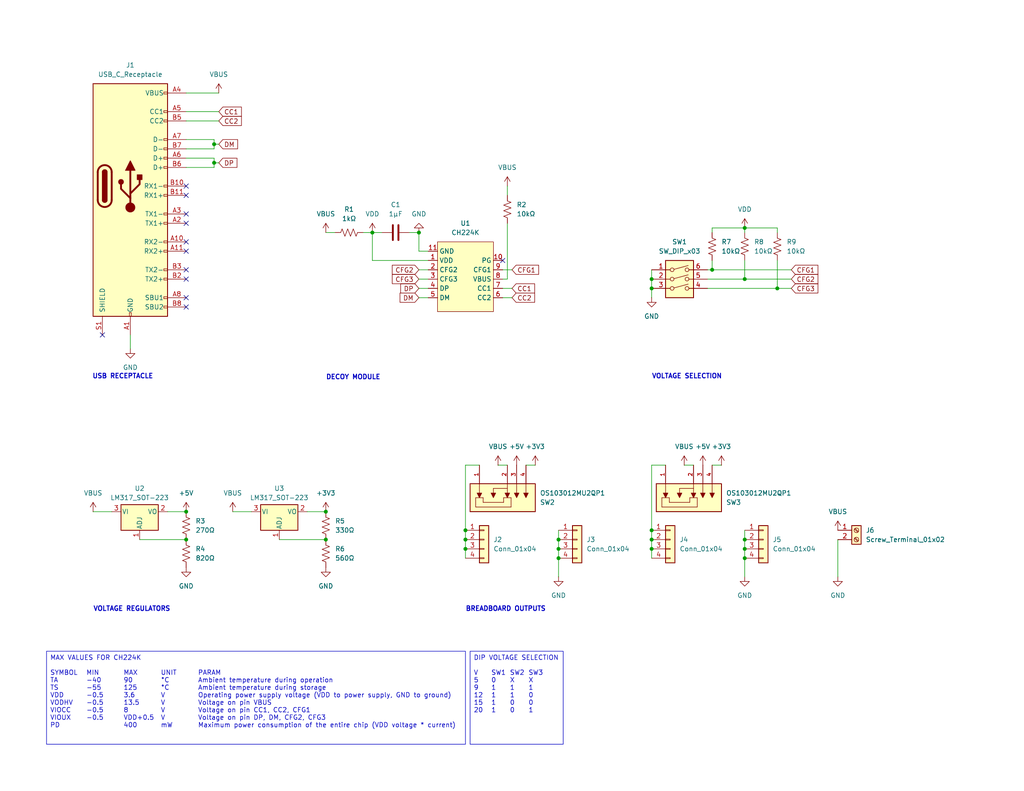
<source format=kicad_sch>
(kicad_sch (version 20231120) (generator "eeschema") (generator_version "8.0")
  (paper "USLetter")
  (title_block (title "USB-C PD POWER SUPPLY BREADBOARD") (rev "0"))
  (lib_symbols
    (symbol "Connector:Screw_Terminal_01x02" (pin_names (offset 1.016) hide)
      (property "Reference" "J" (at 0 2.54 0))
      (property "Value" "Screw_Terminal_01x02" (at 0 -5.08 0))
      (symbol "Screw_Terminal_01x02_1_1"
        (rectangle (start -1.27 1.27) (end 1.27 -3.81) (stroke (width 0.254)) (fill (type background)))
        (circle (center 0 -2.54) (radius 0.635) (stroke (width 0.1524)))
        (polyline (pts (xy -0.5334 -2.2098) (xy 0.3302 -3.048)) (stroke (width 0.1524)))
        (polyline (pts (xy -0.5334 0.3302) (xy 0.3302 -0.508)) (stroke (width 0.1524)))
        (polyline (pts (xy -0.3556 -2.032) (xy 0.508 -2.8702)) (stroke (width 0.1524)))
        (polyline (pts (xy -0.3556 0.508) (xy 0.508 -0.3302)) (stroke (width 0.1524)))
        (circle (center 0 0) (radius 0.635) (stroke (width 0.1524)))
        (pin passive line (at -5.08 0 0) (length 3.81) (name "Pin_1") (number "1"))
        (pin passive line (at -5.08 -2.54 0) (length 3.81) (name "Pin_2") (number "2"))
      )
    )
    (symbol "Connector:USB_C_Receptacle" (pin_names (offset 1.016))
      (property "Reference" "J" (at -10.16 29.21 0))
      (property "Value" "USB_C_Receptacle" (at 10.16 29.21 0))
      (symbol "USB_C_Receptacle_0_0"
        (rectangle (start -0.254 -35.56) (end 0.254 -34.544))
        (rectangle (start 10.16 -32.766) (end 9.144 -33.274))
        (rectangle (start 10.16 -30.226) (end 9.144 -30.734))
        (rectangle (start 10.16 -25.146) (end 9.144 -25.654))
        (rectangle (start 10.16 -22.606) (end 9.144 -23.114))
        (rectangle (start 10.16 -17.526) (end 9.144 -18.034))
        (rectangle (start 10.16 -14.986) (end 9.144 -15.494))
        (rectangle (start 10.16 -9.906) (end 9.144 -10.414))
        (rectangle (start 10.16 -7.366) (end 9.144 -7.874))
        (rectangle (start 10.16 -2.286) (end 9.144 -2.794))
        (rectangle (start 10.16 0.254) (end 9.144 -0.254))
        (rectangle (start 10.16 5.334) (end 9.144 4.826))
        (rectangle (start 10.16 7.874) (end 9.144 7.366))
        (rectangle (start 10.16 10.414) (end 9.144 9.906))
        (rectangle (start 10.16 12.954) (end 9.144 12.446))
        (rectangle (start 10.16 18.034) (end 9.144 17.526))
        (rectangle (start 10.16 20.574) (end 9.144 20.066))
        (rectangle (start 10.16 25.654) (end 9.144 25.146))
      )
      (symbol "USB_C_Receptacle_0_1"
        (rectangle (start -10.16 27.94) (end 10.16 -35.56) (stroke (width 0.254)) (fill (type background)))
        (arc (start -8.89 -3.81) (mid -6.985 -5.7067) (end -5.08 -3.81) (stroke (width 0.508)))
        (arc (start -7.62 -3.81) (mid -6.985 -4.4423) (end -6.35 -3.81) (stroke (width 0.254)))
        (arc (start -7.62 -3.81) (mid -6.985 -4.4423) (end -6.35 -3.81) (stroke (width 0.254)) (fill (type outline)))
        (rectangle (start -7.62 -3.81) (end -6.35 3.81) (stroke (width 0.254)) (fill (type outline)))
        (arc (start -6.35 3.81) (mid -6.985 4.4423) (end -7.62 3.81) (stroke (width 0.254)))
        (arc (start -6.35 3.81) (mid -6.985 4.4423) (end -7.62 3.81) (stroke (width 0.254)) (fill (type outline)))
        (arc (start -5.08 3.81) (mid -6.985 5.7067) (end -8.89 3.81) (stroke (width 0.508)))
        (polyline (pts (xy -8.89 -3.81) (xy -8.89 3.81)) (stroke (width 0.508)))
        (polyline (pts (xy -5.08 3.81) (xy -5.08 -3.81)) (stroke (width 0.508)))
      )
      (symbol "USB_C_Receptacle_1_1"
        (circle (center -2.54 1.143) (radius 0.635) (stroke (width 0.254)) (fill (type outline)))
        (circle (center 0 -5.842) (radius 1.27) (fill (type outline)))
        (polyline (pts (xy 0 -5.842) (xy 0 4.318)) (stroke (width 0.508)))
        (polyline (pts (xy 0 -3.302) (xy -2.54 -0.762) (xy -2.54 0.508)) (stroke (width 0.508)))
        (polyline (pts (xy 0 -2.032) (xy 2.54 0.508) (xy 2.54 1.778)) (stroke (width 0.508)))
        (polyline (pts (xy -1.27 4.318) (xy 0 6.858) (xy 1.27 4.318) (xy -1.27 4.318)) (stroke (width 0.254)) (fill (type outline)))
        (rectangle (start 1.905 1.778) (end 3.175 3.048) (stroke (width 0.254)) (fill (type outline)))
        (pin passive line (at 0 -40.64 90) (length 5.08) (name "GND") (number "A1"))
        (pin bidirectional line (at 15.24 -15.24 180) (length 5.08) (name "RX2-") (number "A10"))
        (pin bidirectional line (at 15.24 -17.78 180) (length 5.08) (name "RX2+") (number "A11"))
        (pin passive line (at 0 -40.64 90) (length 5.08) hide (name "GND") (number "A12"))
        (pin bidirectional line (at 15.24 -10.16 180) (length 5.08) (name "TX1+") (number "A2"))
        (pin bidirectional line (at 15.24 -7.62 180) (length 5.08) (name "TX1-") (number "A3"))
        (pin passive line (at 15.24 25.4 180) (length 5.08) (name "VBUS") (number "A4"))
        (pin bidirectional line (at 15.24 20.32 180) (length 5.08) (name "CC1") (number "A5"))
        (pin bidirectional line (at 15.24 7.62 180) (length 5.08) (name "D+") (number "A6"))
        (pin bidirectional line (at 15.24 12.7 180) (length 5.08) (name "D-") (number "A7"))
        (pin bidirectional line (at 15.24 -30.48 180) (length 5.08) (name "SBU1") (number "A8"))
        (pin passive line (at 15.24 25.4 180) (length 5.08) hide (name "VBUS") (number "A9"))
        (pin passive line (at 0 -40.64 90) (length 5.08) hide (name "GND") (number "B1"))
        (pin bidirectional line (at 15.24 0 180) (length 5.08) (name "RX1-") (number "B10"))
        (pin bidirectional line (at 15.24 -2.54 180) (length 5.08) (name "RX1+") (number "B11"))
        (pin passive line (at 0 -40.64 90) (length 5.08) hide (name "GND") (number "B12"))
        (pin bidirectional line (at 15.24 -25.4 180) (length 5.08) (name "TX2+") (number "B2"))
        (pin bidirectional line (at 15.24 -22.86 180) (length 5.08) (name "TX2-") (number "B3"))
        (pin passive line (at 15.24 25.4 180) (length 5.08) hide (name "VBUS") (number "B4"))
        (pin bidirectional line (at 15.24 17.78 180) (length 5.08) (name "CC2") (number "B5"))
        (pin bidirectional line (at 15.24 5.08 180) (length 5.08) (name "D+") (number "B6"))
        (pin bidirectional line (at 15.24 10.16 180) (length 5.08) (name "D-") (number "B7"))
        (pin bidirectional line (at 15.24 -33.02 180) (length 5.08) (name "SBU2") (number "B8"))
        (pin passive line (at 15.24 25.4 180) (length 5.08) hide (name "VBUS") (number "B9"))
        (pin passive line (at -7.62 -40.64 90) (length 5.08) (name "SHIELD") (number "S1"))
      )
    )
    (symbol "Connector_Generic:Conn_01x04" (pin_names (offset 1.016) hide)
      (property "Reference" "J" (at 0 5.08 0))
      (property "Value" "Conn_01x04" (at 0 -7.62 0))
      (symbol "Conn_01x04_1_1"
        (rectangle (start -1.27 -4.953) (end 0 -5.207) (stroke (width 0.1524)))
        (rectangle (start -1.27 -2.413) (end 0 -2.667) (stroke (width 0.1524)))
        (rectangle (start -1.27 0.127) (end 0 -0.127) (stroke (width 0.1524)))
        (rectangle (start -1.27 2.667) (end 0 2.413) (stroke (width 0.1524)))
        (rectangle (start -1.27 3.81) (end 1.27 -6.35) (stroke (width 0.254)) (fill (type background)))
        (pin passive line (at -5.08 2.54 0) (length 3.81) (name "Pin_1") (number "1"))
        (pin passive line (at -5.08 0 0) (length 3.81) (name "Pin_2") (number "2"))
        (pin passive line (at -5.08 -2.54 0) (length 3.81) (name "Pin_3") (number "3"))
        (pin passive line (at -5.08 -5.08 0) (length 3.81) (name "Pin_4") (number "4"))
      )
    )
    (symbol "Device:C" (pin_numbers hide) (pin_names (offset 0.254))
      (property "Reference" "C" (at 0.635 2.54 0))
      (property "Value" "C" (at 0.635 -2.54 0))
      (symbol "C_0_1"
        (polyline (pts (xy -2.032 -0.762) (xy 2.032 -0.762)) (stroke (width 0.508)))
        (polyline (pts (xy -2.032 0.762) (xy 2.032 0.762)) (stroke (width 0.508)))
      )
      (symbol "C_1_1"
        (pin passive line (at 0 3.81 270) (length 2.794) (name "~") (number "1"))
        (pin passive line (at 0 -3.81 90) (length 2.794) (name "~") (number "2"))
      )
    )
    (symbol "Device:R_US" (pin_numbers hide) (pin_names (offset 0))
      (property "Reference" "R" (at 2.54 0 90))
      (property "Value" "R_US" (at -2.54 0 90))
      (symbol "R_US_0_1"
        (polyline (pts (xy 0 -2.286) (xy 0 -2.54)))
        (polyline (pts (xy 0 2.286) (xy 0 2.54)))
        (polyline (pts (xy 0 -0.762) (xy 1.016 -1.143) (xy 0 -1.524) (xy -1.016 -1.905) (xy 0 -2.286)))
        (polyline (pts (xy 0 0.762) (xy 1.016 0.381) (xy 0 0) (xy -1.016 -0.381) (xy 0 -0.762)))
        (polyline (pts (xy 0 2.286) (xy 1.016 1.905) (xy 0 1.524) (xy -1.016 1.143) (xy 0 0.762)))
      )
      (symbol "R_US_1_1"
        (pin passive line (at 0 3.81 270) (length 1.27) (name "~") (number "1"))
        (pin passive line (at 0 -3.81 90) (length 1.27) (name "~") (number "2"))
      )
    )
    (symbol "New_Library:OS103012MU2QP1" (pin_names (offset 1.016))
      (property "Reference" "U" (at -2.54 8.128 0))
      (property "Value" "OS103012MU2QP1" (at -2.54 -12.7 0))
      (symbol "OS103012MU2QP1_0_0"
        (rectangle (start -2.54 -10.16) (end 5.08 7.62) (stroke (width 0.254)) (fill (type background)))
        (polyline (pts (xy -2.54 -7.62) (xy 0 -7.62)) (stroke (width 0.1524)))
        (polyline (pts (xy -2.54 -5.08) (xy 0 -5.08)) (stroke (width 0.1524)))
        (polyline (pts (xy -2.54 -2.54) (xy 0 -2.54)) (stroke (width 0.1524)))
        (polyline (pts (xy -2.54 5.08) (xy 0 5.08)) (stroke (width 0.1524)))
        (polyline (pts (xy -1.27 -2.54) (xy -1.27 1.27)) (stroke (width 0.1524)))
        (polyline (pts (xy -1.27 1.27) (xy 0 1.27)) (stroke (width 0.1524)))
        (polyline (pts (xy 1.27 -3.556) (xy 3.81 -3.556)) (stroke (width 0.1524)))
        (polyline (pts (xy 1.27 -1.524) (xy 1.27 -3.556)) (stroke (width 0.1524)))
        (polyline (pts (xy 1.27 4.064) (xy 2.54 4.064)) (stroke (width 0.1524)))
        (polyline (pts (xy 1.27 6.096) (xy 1.27 4.064)) (stroke (width 0.1524)))
        (polyline (pts (xy 2.54 -1.524) (xy 1.27 -1.524)) (stroke (width 0.1524)))
        (polyline (pts (xy 2.54 4.064) (xy 2.54 -1.524)) (stroke (width 0.1524)))
        (polyline (pts (xy 3.81 -3.556) (xy 3.81 6.096)) (stroke (width 0.1524)))
        (polyline (pts (xy 3.81 6.096) (xy 1.27 6.096)) (stroke (width 0.1524)))
        (polyline (pts (xy 0 -6.985) (xy 0 -8.255) (xy 1.27 -7.62) (xy 0 -6.985)) (stroke (width 0.1524)) (fill (type outline)))
        (polyline (pts (xy 0 -4.445) (xy 0 -5.715) (xy 1.27 -5.08) (xy 0 -4.445)) (stroke (width 0.1524)) (fill (type outline)))
        (polyline (pts (xy 0 -1.905) (xy 0 -3.175) (xy 1.27 -2.54) (xy 0 -1.905)) (stroke (width 0.1524)) (fill (type outline)))
        (polyline (pts (xy 0 1.905) (xy 0 0.635) (xy 1.27 1.27) (xy 0 1.905)) (stroke (width 0.1524)) (fill (type outline)))
        (polyline (pts (xy 0 5.715) (xy 0 4.445) (xy 1.27 5.08) (xy 0 5.715)) (stroke (width 0.1524)) (fill (type outline)))
        (pin passive line (at -7.62 5.08 0) (length 5.08) (name "~") (number "1"))
        (pin passive line (at -7.62 -2.54 0) (length 5.08) (name "~") (number "2"))
        (pin passive line (at -7.62 -5.08 0) (length 5.08) (name "~") (number "3"))
        (pin passive line (at -7.62 -7.62 0) (length 5.08) (name "~") (number "4"))
      )
    )
    (symbol "Regulator_Linear:LM317_SOT-223" (pin_names (offset 0.254))
      (property "Reference" "U" (at -3.81 3.175 0))
      (property "Value" "LM317_SOT-223" (at 0 3.175 0))
      (symbol "LM317_SOT-223_0_1"
        (rectangle (start -5.08 1.905) (end 5.08 -5.08) (stroke (width 0.254)) (fill (type background)))
      )
      (symbol "LM317_SOT-223_1_1"
        (pin input line (at 0 -7.62 90) (length 2.54) (name "ADJ") (number "1"))
        (pin power_out line (at 7.62 0 180) (length 2.54) (name "VO") (number "2"))
        (pin power_in line (at -7.62 0 0) (length 2.54) (name "VI") (number "3"))
      )
    )
    (symbol "Switch:SW_DIP_x03" (pin_names (offset 0) hide)
      (property "Reference" "SW" (at 0 6.35 0))
      (property "Value" "SW_DIP_x03" (at 0 -6.35 0))
      (symbol "SW_DIP_x03_0_0"
        (circle (center -2.032 -2.54) (radius 0.508))
        (circle (center -2.032 0) (radius 0.508))
        (circle (center -2.032 2.54) (radius 0.508))
        (polyline (pts (xy -1.524 -2.413) (xy 2.3622 -1.3716)))
        (polyline (pts (xy -1.524 0.127) (xy 2.3622 1.1684)))
        (polyline (pts (xy -1.524 2.667) (xy 2.3622 3.7084)))
        (circle (center 2.032 -2.54) (radius 0.508))
        (circle (center 2.032 0) (radius 0.508))
        (circle (center 2.032 2.54) (radius 0.508))
      )
      (symbol "SW_DIP_x03_0_1"
        (rectangle (start -3.81 5.08) (end 3.81 -5.08) (stroke (width 0.254)) (fill (type background)))
      )
      (symbol "SW_DIP_x03_1_1"
        (pin passive line (at -7.62 2.54 0) (length 5.08) (name "~") (number "1"))
        (pin passive line (at -7.62 0 0) (length 5.08) (name "~") (number "2"))
        (pin passive line (at -7.62 -2.54 0) (length 5.08) (name "~") (number "3"))
        (pin passive line (at 7.62 -2.54 180) (length 5.08) (name "~") (number "4"))
        (pin passive line (at 7.62 0 180) (length 5.08) (name "~") (number "5"))
        (pin passive line (at 7.62 2.54 180) (length 5.08) (name "~") (number "6"))
      )
    )
    (symbol "power:+3V3" (power) (pin_numbers hide) (pin_names (offset 0) hide)
      (property "Value" "+3V3" (at 0 3.556 0))
      (symbol "+3V3_0_1"
        (polyline (pts (xy -0.762 1.27) (xy 0 2.54)))
        (polyline (pts (xy 0 0) (xy 0 2.54)))
        (polyline (pts (xy 0 2.54) (xy 0.762 1.27)))
      )
      (symbol "+3V3_1_1"
        (pin power_in line (at 0 0 90) (length 0) (name "~") (number "1"))
      )
    )
    (symbol "power:+5V" (power) (pin_numbers hide) (pin_names (offset 0) hide)
      (property "Value" "+5V" (at 0 3.556 0))
      (symbol "+5V_0_1"
        (polyline (pts (xy -0.762 1.27) (xy 0 2.54)))
        (polyline (pts (xy 0 0) (xy 0 2.54)))
        (polyline (pts (xy 0 2.54) (xy 0.762 1.27)))
      )
      (symbol "+5V_1_1"
        (pin power_in line (at 0 0 90) (length 0) (name "~") (number "1"))
      )
    )
    (symbol "power:GND" (power) (pin_numbers hide) (pin_names (offset 0) hide)
      (property "Value" "GND" (at 0 -3.81 0))
      (symbol "GND_0_1"
        (polyline (pts (xy 0 0) (xy 0 -1.27) (xy 1.27 -1.27) (xy 0 -2.54) (xy -1.27 -1.27) (xy 0 -1.27)))
      )
      (symbol "GND_1_1"
        (pin power_in line (at 0 0 270) (length 0) (name "~") (number "1"))
      )
    )
    (symbol "power:VBUS" (power) (pin_numbers hide) (pin_names (offset 0) hide)
      (property "Value" "VBUS" (at 0 3.556 0))
      (symbol "VBUS_0_1"
        (polyline (pts (xy -0.762 1.27) (xy 0 2.54)))
        (polyline (pts (xy 0 0) (xy 0 2.54)))
        (polyline (pts (xy 0 2.54) (xy 0.762 1.27)))
      )
      (symbol "VBUS_1_1"
        (pin power_in line (at 0 0 90) (length 0) (name "~") (number "1"))
      )
    )
    (symbol "power:VDD" (power) (pin_numbers hide) (pin_names (offset 0) hide)
      (property "Value" "VDD" (at 0 3.556 0))
      (symbol "VDD_0_1"
        (polyline (pts (xy -0.762 1.27) (xy 0 2.54)))
        (polyline (pts (xy 0 0) (xy 0 2.54)))
        (polyline (pts (xy 0 2.54) (xy 0.762 1.27)))
      )
      (symbol "VDD_1_1"
        (pin power_in line (at 0 0 90) (length 0) (name "~") (number "1"))
      )
    )
    (symbol "wch_mcu_peripheral:CH224K"
      (property "Reference" "U" (at 0 -10.16 0))
      (property "Value" "CH224K" (at 5.08 -11.43 0))
      (symbol "CH224K_0_1"
        (rectangle (start -7.62 10.16) (end 7.62 -8.89) (fill (type background)))
      )
      (symbol "CH224K_1_1"
        (pin power_in line (at -10.16 5.08 0) (length 2.54) (name "VDD") (number "1"))
        (pin output line (at 10.16 5.08 180) (length 2.54) (name "PG") (number "10"))
        (pin power_in line (at -10.16 7.62 0) (length 2.54) (name "GND") (number "11"))
        (pin input line (at -10.16 2.54 0) (length 2.54) (name "CFG2") (number "2"))
        (pin input line (at -10.16 0 0) (length 2.54) (name "CFG3") (number "3"))
        (pin bidirectional line (at -10.16 -2.54 0) (length 2.54) (name "DP") (number "4"))
        (pin bidirectional line (at -10.16 -5.08 0) (length 2.54) (name "DM") (number "5"))
        (pin bidirectional line (at 10.16 -5.08 180) (length 2.54) (name "CC2") (number "6"))
        (pin bidirectional line (at 10.16 -2.54 180) (length 2.54) (name "CC1") (number "7"))
        (pin input line (at 10.16 0 180) (length 2.54) (name "VBUS") (number "8"))
        (pin input line (at 10.16 2.54 180) (length 2.54) (name "CFG1") (number "9"))
      )
    )
  )
  (junction (at 177.8 149.86))
  (junction (at 177.8 147.32))
  (junction (at 127 149.86))
  (junction (at 177.8 76.2))
  (junction (at 203.2 147.32))
  (junction (at 152.4 149.86))
  (junction (at 50.8 147.32))
  (junction (at 194.31 73.66))
  (junction (at 101.6 63.5))
  (junction (at 203.2 152.4))
  (junction (at 127 144.78))
  (junction (at 114.3 63.5))
  (junction (at 177.8 144.78))
  (junction (at 152.4 152.4))
  (junction (at 177.8 78.74))
  (junction (at 50.8 139.7))
  (junction (at 58.42 44.45))
  (junction (at 152.4 147.32))
  (junction (at 212.09 78.74))
  (junction (at 203.2 149.86))
  (junction (at 58.42 39.37))
  (junction (at 203.2 62.23))
  (junction (at 88.9 139.7))
  (junction (at 127 147.32))
  (junction (at 88.9 147.32))
  (junction (at 203.2 76.2))
  (no_connect (at 50.8 60.96))
  (no_connect (at 50.8 83.82))
  (no_connect (at 27.94 91.44))
  (no_connect (at 50.8 58.42))
  (no_connect (at 50.8 73.66))
  (no_connect (at 50.8 68.58))
  (no_connect (at 50.8 50.8))
  (no_connect (at 50.8 53.34))
  (no_connect (at 50.8 81.28))
  (no_connect (at 50.8 76.2))
  (no_connect (at 137.16 71.12))
  (no_connect (at 50.8 66.04))
  (wire (pts (xy 50.8 40.64) (xy 58.42 40.64)))
  (wire (pts (xy 193.04 78.74) (xy 212.09 78.74)))
  (wire (pts (xy 212.09 63.5) (xy 212.09 62.23)))
  (wire (pts (xy 127 149.86) (xy 127 152.4)))
  (wire (pts (xy 138.43 60.96) (xy 138.43 76.2)))
  (wire (pts (xy 203.2 157.48) (xy 203.2 152.4)))
  (wire (pts (xy 138.43 76.2) (xy 137.16 76.2)))
  (wire (pts (xy 138.43 53.34) (xy 138.43 50.8)))
  (wire (pts (xy 50.8 43.18) (xy 58.42 43.18)))
  (wire (pts (xy 114.3 73.66) (xy 116.84 73.66)))
  (wire (pts (xy 88.9 63.5) (xy 91.44 63.5)))
  (wire (pts (xy 114.3 81.28) (xy 116.84 81.28)))
  (wire (pts (xy 203.2 147.32) (xy 203.2 149.86)))
  (wire (pts (xy 111.76 63.5) (xy 114.3 63.5)))
  (wire (pts (xy 152.4 144.78) (xy 152.4 147.32)))
  (wire (pts (xy 58.42 44.45) (xy 58.42 45.72)))
  (wire (pts (xy 228.6 157.48) (xy 228.6 147.32)))
  (wire (pts (xy 76.2 147.32) (xy 88.9 147.32)))
  (wire (pts (xy 139.7 81.28) (xy 137.16 81.28)))
  (wire (pts (xy 203.2 144.78) (xy 203.2 147.32)))
  (wire (pts (xy 146.05 127) (xy 143.51 127)))
  (wire (pts (xy 35.56 91.44) (xy 35.56 95.25)))
  (wire (pts (xy 203.2 76.2) (xy 215.9 76.2)))
  (wire (pts (xy 83.82 139.7) (xy 88.9 139.7)))
  (wire (pts (xy 58.42 39.37) (xy 58.42 40.64)))
  (wire (pts (xy 50.8 30.48) (xy 59.69 30.48)))
  (wire (pts (xy 152.4 147.32) (xy 152.4 149.86)))
  (wire (pts (xy 203.2 62.23) (xy 203.2 63.5)))
  (wire (pts (xy 193.04 73.66) (xy 194.31 73.66)))
  (wire (pts (xy 58.42 38.1) (xy 58.42 39.37)))
  (wire (pts (xy 186.69 127) (xy 189.23 127)))
  (wire (pts (xy 50.8 25.4) (xy 59.69 25.4)))
  (wire (pts (xy 212.09 62.23) (xy 203.2 62.23)))
  (wire (pts (xy 152.4 149.86) (xy 152.4 152.4)))
  (wire (pts (xy 177.8 78.74) (xy 177.8 81.28)))
  (wire (pts (xy 203.2 149.86) (xy 203.2 152.4)))
  (wire (pts (xy 177.8 127) (xy 181.61 127)))
  (wire (pts (xy 177.8 127) (xy 177.8 144.78)))
  (wire (pts (xy 127 144.78) (xy 127 147.32)))
  (wire (pts (xy 177.8 147.32) (xy 177.8 149.86)))
  (wire (pts (xy 50.8 33.02) (xy 59.69 33.02)))
  (wire (pts (xy 193.04 76.2) (xy 203.2 76.2)))
  (wire (pts (xy 139.7 73.66) (xy 137.16 73.66)))
  (wire (pts (xy 139.7 78.74) (xy 137.16 78.74)))
  (wire (pts (xy 59.69 44.45) (xy 58.42 44.45)))
  (wire (pts (xy 101.6 71.12) (xy 101.6 63.5)))
  (wire (pts (xy 196.85 127) (xy 194.31 127)))
  (wire (pts (xy 177.8 73.66) (xy 177.8 76.2)))
  (wire (pts (xy 212.09 78.74) (xy 215.9 78.74)))
  (wire (pts (xy 127 127) (xy 127 144.78)))
  (wire (pts (xy 63.5 139.7) (xy 68.58 139.7)))
  (wire (pts (xy 177.8 144.78) (xy 177.8 147.32)))
  (wire (pts (xy 212.09 71.12) (xy 212.09 78.74)))
  (wire (pts (xy 203.2 71.12) (xy 203.2 76.2)))
  (wire (pts (xy 194.31 63.5) (xy 194.31 62.23)))
  (wire (pts (xy 50.8 38.1) (xy 58.42 38.1)))
  (wire (pts (xy 194.31 73.66) (xy 215.9 73.66)))
  (wire (pts (xy 194.31 62.23) (xy 203.2 62.23)))
  (wire (pts (xy 114.3 76.2) (xy 116.84 76.2)))
  (wire (pts (xy 45.72 139.7) (xy 50.8 139.7)))
  (wire (pts (xy 135.89 127) (xy 138.43 127)))
  (wire (pts (xy 177.8 76.2) (xy 177.8 78.74)))
  (wire (pts (xy 177.8 149.86) (xy 177.8 152.4)))
  (wire (pts (xy 127 127) (xy 130.81 127)))
  (wire (pts (xy 152.4 157.48) (xy 152.4 152.4)))
  (wire (pts (xy 114.3 63.5) (xy 114.3 68.58)))
  (wire (pts (xy 99.06 63.5) (xy 101.6 63.5)))
  (wire (pts (xy 50.8 45.72) (xy 58.42 45.72)))
  (wire (pts (xy 58.42 43.18) (xy 58.42 44.45)))
  (wire (pts (xy 25.4 139.7) (xy 30.48 139.7)))
  (wire (pts (xy 127 147.32) (xy 127 149.86)))
  (wire (pts (xy 116.84 71.12) (xy 101.6 71.12)))
  (wire (pts (xy 104.14 63.5) (xy 101.6 63.5)))
  (wire (pts (xy 114.3 68.58) (xy 116.84 68.58)))
  (wire (pts (xy 194.31 71.12) (xy 194.31 73.66)))
  (wire (pts (xy 59.69 39.37) (xy 58.42 39.37)))
  (wire (pts (xy 114.3 78.74) (xy 116.84 78.74)))
  (wire (pts (xy 38.1 147.32) (xy 50.8 147.32)))
  (text_box "MAX VALUES FOR CH224K\n\nSYMBOL	MIN		MAX		UNIT	PARAM\nTA		-40		90		°C		Ambient temperature during operation\nTS		-55		125		°C		Ambient temperature during storage\nVDD		-0.5	3.6		V		Operating power supply voltage (VDD to power supply, GND to ground) \nVODHV	-0.5	13.5	V		Voltage on pin VBUS\nVIOCC	-0.5	8		V		Voltage on pin CC1, CC2, CFG1 \nVIOUX	-0.5	VDD+0.5	V		Voltage on pin DP, DM, CFG2, CFG3 \nPD				400		mW		Maximum power consumption of the entire chip (VDD voltage * current)\n" (at 12.7 177.8 0) (size 114.3 25.4) (effects (font (size 1.27 1.27)) (justify left top)))
  (text_box "DIP VOLTAGE SELECTION\n\nV	SW1	SW2	SW3\n5	0	X	X\n9	1	1	1\n12	1	1	0\n15	1	0	0\n20	1	0	1" (at 128.27 177.8 0) (size 25.4 25.4) (effects (font (size 1.27 1.27)) (justify left top)))
  (text "VOLTAGE SELECTION" (at 177.8 102.108 0) (effects (font (size 1.27 1.27) (thickness 0.254) (bold yes)) (justify left top)))
  (text "USB RECEPTACLE" (at 25.146 102.108 0) (effects (font (size 1.27 1.27) (thickness 0.254) (bold yes)) (justify left top)))
  (text "DECOY MODULE" (at 88.9 102.362 0) (effects (font (size 1.27 1.27) (thickness 0.254) (bold yes)) (justify left top)))
  (text "BREADBOARD OUTPUTS" (at 127 165.608 0) (effects (font (size 1.27 1.27) (thickness 0.254) (bold yes)) (justify left top)))
  (text "VOLTAGE REGULATORS" (at 25.4 165.608 0) (effects (font (size 1.27 1.27) (thickness 0.254) (bold yes)) (justify left top)))
  (global_label "CC1" (shape input) (at 139.7 78.74 0) (property "Intersheetrefs" "${INTERSHEET_REFS}" (effects (hide yes))))
  (global_label "CFG3" (shape input) (at 215.9 78.74 0) (property "Intersheetrefs" "${INTERSHEET_REFS}" (effects (hide yes))))
  (global_label "CFG3" (shape input) (at 114.3 76.2 180) (property "Intersheetrefs" "${INTERSHEET_REFS}" (effects (hide yes))))
  (global_label "DP" (shape input) (at 114.3 78.74 180) (property "Intersheetrefs" "${INTERSHEET_REFS}" (effects (hide yes))))
  (global_label "DP" (shape input) (at 59.69 44.45 0) (property "Intersheetrefs" "${INTERSHEET_REFS}" (effects (hide yes))))
  (global_label "CC2" (shape input) (at 139.7 81.28 0) (property "Intersheetrefs" "${INTERSHEET_REFS}" (effects (hide yes))))
  (global_label "DM" (shape input) (at 59.69 39.37 0) (property "Intersheetrefs" "${INTERSHEET_REFS}" (effects (hide yes))))
  (global_label "CFG1" (shape input) (at 215.9 73.66 0) (property "Intersheetrefs" "${INTERSHEET_REFS}" (effects (hide yes))))
  (global_label "CFG2" (shape input) (at 215.9 76.2 0) (property "Intersheetrefs" "${INTERSHEET_REFS}" (effects (hide yes))))
  (global_label "CC1" (shape input) (at 59.69 30.48 0) (property "Intersheetrefs" "${INTERSHEET_REFS}" (effects (hide yes))))
  (global_label "CC2" (shape input) (at 59.69 33.02 0) (property "Intersheetrefs" "${INTERSHEET_REFS}" (effects (hide yes))))
  (global_label "DM" (shape input) (at 114.3 81.28 180) (property "Intersheetrefs" "${INTERSHEET_REFS}" (effects (hide yes))))
  (global_label "CFG1" (shape input) (at 139.7 73.66 0) (property "Intersheetrefs" "${INTERSHEET_REFS}" (effects (hide yes))))
  (global_label "CFG2" (shape input) (at 114.3 73.66 180) (property "Intersheetrefs" "${INTERSHEET_REFS}" (effects (hide yes))))
  (symbol (lib_id "Device:R_US") (at 203.2 67.31 180) (unit 1)
    (property "Reference" "R8" (at 205.74 66.0399 0) (effects (justify right)))
    (property "Value" "10kΩ" (at 205.74 68.5799 0) (effects (justify right)))
    (property "Footprint" "Resistor_SMD:R_1206_3216Metric_Pad1.30x1.75mm_HandSolder" (effects (hide yes)))
    (property "Description" "Resistor, US symbol" (effects (hide yes)))
  )
  (symbol (lib_id "power:VBUS") (at 186.69 127 0) (unit 1)
    (property "Reference" "#PWR020" (effects (hide yes)))
    (property "Value" "VBUS" (at 186.69 121.92 0))
    (property "Description" "Power symbol creates a global label with name \"VBUS\"" (effects (hide yes)))
  )
  (symbol (lib_id "power:+3V3") (at 88.9 139.7 0) (unit 1)
    (property "Reference" "#PWR013" (effects (hide yes)))
    (property "Value" "+3V3" (at 88.9 134.62 0))
    (property "Description" "Power symbol creates a global label with name \"+3V3\"" (effects (hide yes)))
  )
  (symbol (lib_id "Device:R_US") (at 50.8 151.13 0) (unit 1)
    (property "Reference" "R4" (at 53.34 149.8599 0) (effects (justify left)))
    (property "Value" "820Ω" (at 53.34 152.3999 0) (effects (justify left)))
    (property "Footprint" "Resistor_SMD:R_1206_3216Metric_Pad1.30x1.75mm_HandSolder" (effects (hide yes)))
    (property "Description" "Resistor, US symbol" (effects (hide yes)))
  )
  (symbol (lib_id "Device:R_US") (at 88.9 151.13 0) (unit 1)
    (property "Reference" "R6" (at 91.44 149.8599 0) (effects (justify left)))
    (property "Value" "560Ω" (at 91.44 152.3999 0) (effects (justify left)))
    (property "Footprint" "Resistor_SMD:R_1206_3216Metric_Pad1.30x1.75mm_HandSolder" (effects (hide yes)))
    (property "Description" "Resistor, US symbol" (effects (hide yes)))
  )
  (symbol (lib_id "power:+3V3") (at 146.05 127 0) (unit 1)
    (property "Reference" "#PWR019" (effects (hide yes)))
    (property "Value" "+3V3" (at 146.05 121.92 0))
    (property "Description" "Power symbol creates a global label with name \"+3V3\"" (effects (hide yes)))
  )
  (symbol (lib_id "wch_mcu_peripheral:CH224K") (at 127 76.2 0) (unit 1)
    (property "Reference" "U1" (at 127 60.96 0))
    (property "Value" "CH224K" (at 127 63.5 0))
    (property "Footprint" "Package_SO:SSOP-10-1EP_3.9x4.9mm_P1mm_EP2.1x3.3mm" (effects (hide yes)))
    (property "Datasheet" "http://www.wch-ic.com/downloads/CH224DS1_PDF.html" (effects (hide yes)))
    (property "Description" "USB PD & Type-C & Fast Charge Power Consumer Controller" (effects (hide yes)))
  )
  (symbol (lib_id "Connector_Generic:Conn_01x04") (at 157.48 147.32 0) (unit 1)
    (property "Reference" "J3" (at 160.02 147.3199 0) (effects (justify left)))
    (property "Value" "Conn_01x04" (at 160.02 149.8599 0) (effects (justify left)))
    (property "Footprint" "Connector_PinHeader_2.54mm:PinHeader_1x04_P2.54mm_Vertical" (effects (hide yes)))
    (property "Description" "Generic connector, single row, 01x04, script generated (kicad-library-utils/schlib/autogen/connector/)" (effects (hide yes)))
  )
  (symbol (lib_id "power:VBUS") (at 88.9 63.5 0) (unit 1)
    (property "Reference" "#PWR03" (effects (hide yes)))
    (property "Value" "VBUS" (at 88.9 58.42 0))
    (property "Description" "Power symbol creates a global label with name \"VBUS\"" (effects (hide yes)))
  )
  (symbol (lib_id "Device:R_US") (at 88.9 143.51 0) (unit 1)
    (property "Reference" "R5" (at 91.44 142.2399 0) (effects (justify left)))
    (property "Value" "330Ω" (at 91.44 144.7799 0) (effects (justify left)))
    (property "Footprint" "Resistor_SMD:R_1206_3216Metric_Pad1.30x1.75mm_HandSolder" (effects (hide yes)))
    (property "Description" "Resistor, US symbol" (effects (hide yes)))
  )
  (symbol (lib_id "New_Library:OS103012MU2QP1") (at 186.69 134.62 90) (mirror x) (unit 1)
    (property "Reference" "SW3" (at 198.12 137.1601 90) (effects (justify right)))
    (property "Value" "OS103012MU2QP1" (at 198.12 134.6201 90) (effects (justify right)))
    (property "Footprint" "Library:SW_OS103012MU2QP1" (effects (hide yes)))
    (property "PARTREV" "8 AUG 17" (effects (hide yes)))
    (property "MANUFACTURER" "CnK" (effects (hide yes)))
    (property "MAXIMUM_PACKAGE_HEIGHT" "9.2mm" (effects (hide yes)))
    (property "STANDARD" "Manufacturer Recommendations" (effects (hide yes)))
  )
  (symbol (lib_id "Regulator_Linear:LM317_SOT-223") (at 76.2 139.7 0) (unit 1)
    (property "Reference" "U3" (at 76.2 133.35 0))
    (property "Value" "LM317_SOT-223" (at 76.2 135.89 0))
    (property "Footprint" "Package_TO_SOT_SMD:SOT-223-3_TabPin2" (effects (hide yes)))
    (property "Datasheet" "http://www.ti.com/lit/ds/symlink/lm317.pdf" (effects (hide yes)))
    (property "Description" "1.5A 35V Adjustable Linear Regulator, SOT-223" (effects (hide yes)))
  )
  (symbol (lib_id "power:GND") (at 50.8 154.94 0) (unit 1)
    (property "Reference" "#PWR011" (effects (hide yes)))
    (property "Value" "GND" (at 50.8 160.02 0))
    (property "Description" "Power symbol creates a global label with name \"GND\" , ground" (effects (hide yes)))
  )
  (symbol (lib_id "power:VDD") (at 203.2 62.23 0) (unit 1)
    (property "Reference" "#PWR05" (effects (hide yes)))
    (property "Value" "VDD" (at 203.2 57.15 0))
    (property "Description" "Power symbol creates a global label with name \"VDD\"" (effects (hide yes)))
  )
  (symbol (lib_id "Device:R_US") (at 138.43 57.15 180) (unit 1)
    (property "Reference" "R2" (at 140.97 55.8799 0) (effects (justify right)))
    (property "Value" "10kΩ" (at 140.97 58.4199 0) (effects (justify right)))
    (property "Footprint" "Resistor_SMD:R_1206_3216Metric_Pad1.30x1.75mm_HandSolder" (effects (hide yes)))
    (property "Description" "Resistor, US symbol" (effects (hide yes)))
  )
  (symbol (lib_id "power:GND") (at 228.6 157.48 0) (unit 1)
    (property "Reference" "#PWR09" (effects (hide yes)))
    (property "Value" "GND" (at 228.6 162.56 0))
    (property "Description" "Power symbol creates a global label with name \"GND\" , ground" (effects (hide yes)))
  )
  (symbol (lib_id "power:VBUS") (at 59.69 25.4 0) (unit 1)
    (property "Reference" "#PWR01" (effects (hide yes)))
    (property "Value" "VBUS" (at 59.69 20.32 0))
    (property "Description" "Power symbol creates a global label with name \"VBUS\"" (effects (hide yes)))
  )
  (symbol (lib_id "Device:R_US") (at 194.31 67.31 180) (unit 1)
    (property "Reference" "R7" (at 196.85 66.0399 0) (effects (justify right)))
    (property "Value" "10kΩ" (at 196.85 68.5799 0) (effects (justify right)))
    (property "Footprint" "Resistor_SMD:R_1206_3216Metric_Pad1.30x1.75mm_HandSolder" (effects (hide yes)))
    (property "Description" "Resistor, US symbol" (effects (hide yes)))
  )
  (symbol (lib_id "power:GND") (at 114.3 63.5 0) (mirror x) (unit 1)
    (property "Reference" "#PWR04" (effects (hide yes)))
    (property "Value" "GND" (at 114.3 58.42 0))
    (property "Description" "Power symbol creates a global label with name \"GND\" , ground" (effects (hide yes)))
  )
  (symbol (lib_id "power:GND") (at 35.56 95.25 0) (unit 1)
    (property "Reference" "#PWR02" (effects (hide yes)))
    (property "Value" "GND" (at 35.56 100.33 0))
    (property "Description" "Power symbol creates a global label with name \"GND\" , ground" (effects (hide yes)))
  )
  (symbol (lib_id "power:VBUS") (at 228.6 144.78 0) (unit 1)
    (property "Reference" "#PWR010" (effects (hide yes)))
    (property "Value" "VBUS" (at 228.6 139.7 0))
    (property "Description" "Power symbol creates a global label with name \"VBUS\"" (effects (hide yes)))
  )
  (symbol (lib_id "Connector_Generic:Conn_01x04") (at 132.08 147.32 0) (unit 1)
    (property "Reference" "J2" (at 134.62 147.3199 0) (effects (justify left)))
    (property "Value" "Conn_01x04" (at 134.62 149.8599 0) (effects (justify left)))
    (property "Footprint" "Connector_PinHeader_2.54mm:PinHeader_1x04_P2.54mm_Vertical" (effects (hide yes)))
    (property "Description" "Generic connector, single row, 01x04, script generated (kicad-library-utils/schlib/autogen/connector/)" (effects (hide yes)))
  )
  (symbol (lib_id "power:VBUS") (at 63.5 139.7 0) (unit 1)
    (property "Reference" "#PWR016" (effects (hide yes)))
    (property "Value" "VBUS" (at 63.5 134.62 0))
    (property "Description" "Power symbol creates a global label with name \"VBUS\"" (effects (hide yes)))
  )
  (symbol (lib_id "power:VBUS") (at 138.43 50.8 0) (unit 1)
    (property "Reference" "#PWR06" (effects (hide yes)))
    (property "Value" "VBUS" (at 138.43 45.72 0))
    (property "Description" "Power symbol creates a global label with name \"VBUS\"" (effects (hide yes)))
  )
  (symbol (lib_id "Device:R_US") (at 50.8 143.51 0) (unit 1)
    (property "Reference" "R3" (at 53.34 142.2399 0) (effects (justify left)))
    (property "Value" "270Ω" (at 53.34 144.7799 0) (effects (justify left)))
    (property "Footprint" "Resistor_SMD:R_1206_3216Metric_Pad1.30x1.75mm_HandSolder" (effects (hide yes)))
    (property "Description" "Resistor, US symbol" (effects (hide yes)))
  )
  (symbol (lib_id "power:GND") (at 203.2 157.48 0) (unit 1)
    (property "Reference" "#PWR08" (effects (hide yes)))
    (property "Value" "GND" (at 203.2 162.56 0))
    (property "Description" "Power symbol creates a global label with name \"GND\" , ground" (effects (hide yes)))
  )
  (symbol (lib_id "power:GND") (at 177.8 81.28 0) (unit 1)
    (property "Reference" "#PWR024" (effects (hide yes)))
    (property "Value" "GND" (at 177.8 86.36 0))
    (property "Description" "Power symbol creates a global label with name \"GND\" , ground" (effects (hide yes)))
  )
  (symbol (lib_id "power:VBUS") (at 135.89 127 0) (unit 1)
    (property "Reference" "#PWR017" (effects (hide yes)))
    (property "Value" "VBUS" (at 135.89 121.92 0))
    (property "Description" "Power symbol creates a global label with name \"VBUS\"" (effects (hide yes)))
  )
  (symbol (lib_id "power:+3V3") (at 196.85 127 0) (unit 1)
    (property "Reference" "#PWR022" (effects (hide yes)))
    (property "Value" "+3V3" (at 196.85 121.92 0))
    (property "Description" "Power symbol creates a global label with name \"+3V3\"" (effects (hide yes)))
  )
  (symbol (lib_id "power:VDD") (at 101.6 63.5 0) (unit 1)
    (property "Reference" "#PWR023" (effects (hide yes)))
    (property "Value" "VDD" (at 101.6 58.42 0))
    (property "Description" "Power symbol creates a global label with name \"VDD\"" (effects (hide yes)))
  )
  (symbol (lib_id "power:+5V") (at 191.77 127 0) (unit 1)
    (property "Reference" "#PWR021" (effects (hide yes)))
    (property "Value" "+5V" (at 191.77 121.92 0))
    (property "Description" "Power symbol creates a global label with name \"+5V\"" (effects (hide yes)))
  )
  (symbol (lib_id "power:GND") (at 88.9 154.94 0) (unit 1)
    (property "Reference" "#PWR014" (effects (hide yes)))
    (property "Value" "GND" (at 88.9 160.02 0))
    (property "Description" "Power symbol creates a global label with name \"GND\" , ground" (effects (hide yes)))
  )
  (symbol (lib_id "Device:R_US") (at 95.25 63.5 90) (unit 1)
    (property "Reference" "R1" (at 95.25 57.15 90))
    (property "Value" "1kΩ" (at 95.25 59.69 90))
    (property "Footprint" "Resistor_SMD:R_1206_3216Metric_Pad1.30x1.75mm_HandSolder" (effects (hide yes)))
    (property "Description" "Resistor, US symbol" (effects (hide yes)))
  )
  (symbol (lib_id "power:GND") (at 152.4 157.48 0) (unit 1)
    (property "Reference" "#PWR07" (effects (hide yes)))
    (property "Value" "GND" (at 152.4 162.56 0))
    (property "Description" "Power symbol creates a global label with name \"GND\" , ground" (effects (hide yes)))
  )
  (symbol (lib_id "power:VBUS") (at 25.4 139.7 0) (unit 1)
    (property "Reference" "#PWR015" (effects (hide yes)))
    (property "Value" "VBUS" (at 25.4 134.62 0))
    (property "Description" "Power symbol creates a global label with name \"VBUS\"" (effects (hide yes)))
  )
  (symbol (lib_id "Connector_Generic:Conn_01x04") (at 182.88 147.32 0) (unit 1)
    (property "Reference" "J4" (at 185.42 147.3199 0) (effects (justify left)))
    (property "Value" "Conn_01x04" (at 185.42 149.8599 0) (effects (justify left)))
    (property "Footprint" "Connector_PinHeader_2.54mm:PinHeader_1x04_P2.54mm_Vertical" (effects (hide yes)))
    (property "Description" "Generic connector, single row, 01x04, script generated (kicad-library-utils/schlib/autogen/connector/)" (effects (hide yes)))
  )
  (symbol (lib_id "Connector:USB_C_Receptacle") (at 35.56 50.8 0) (unit 1)
    (property "Reference" "J1" (at 35.56 17.78 0))
    (property "Value" "USB_C_Receptacle" (at 35.56 20.32 0))
    (property "Footprint" "Connector_USB:USB_C_Receptacle_Molex_105450-0101" (effects (hide yes)))
    (property "Datasheet" "https://www.usb.org/sites/default/files/documents/usb_type-c.zip" (effects (hide yes)))
    (property "Description" "USB Full-Featured Type-C Receptacle connector" (effects (hide yes)))
  )
  (symbol (lib_id "Connector:Screw_Terminal_01x02") (at 233.68 144.78 0) (unit 1)
    (property "Reference" "J6" (at 236.22 144.7799 0) (effects (justify left)))
    (property "Value" "Screw_Terminal_01x02" (at 236.22 147.3199 0) (effects (justify left)))
    (property "Footprint" "TerminalBlock_TE-Connectivity:TerminalBlock_TE_282834-2_1x02_P2.54mm_Horizontal" (effects (hide yes)))
    (property "Description" "Generic screw terminal, single row, 01x02, script generated (kicad-library-utils/schlib/autogen/connector/)" (effects (hide yes)))
  )
  (symbol (lib_id "Switch:SW_DIP_x03") (at 185.42 76.2 0) (unit 1)
    (property "Reference" "SW1" (at 185.42 66.04 0))
    (property "Value" "SW_DIP_x03" (at 185.42 68.58 0))
    (property "Footprint" "Button_Switch_SMD:SW_DIP_SPSTx03_Slide_9.78x9.8mm_W8.61mm_P2.54mm" (effects (hide yes)))
    (property "Description" "3x DIP Switch, Single Pole Single Throw (SPST) switch, small symbol" (effects (hide yes)))
  )
  (symbol (lib_id "power:+5V") (at 140.97 127 0) (unit 1)
    (property "Reference" "#PWR018" (effects (hide yes)))
    (property "Value" "+5V" (at 140.97 121.92 0))
    (property "Description" "Power symbol creates a global label with name \"+5V\"" (effects (hide yes)))
  )
  (symbol (lib_id "New_Library:OS103012MU2QP1") (at 135.89 134.62 90) (mirror x) (unit 1)
    (property "Reference" "SW2" (at 147.32 137.1601 90) (effects (justify right)))
    (property "Value" "OS103012MU2QP1" (at 147.32 134.6201 90) (effects (justify right)))
    (property "Footprint" "Library:SW_OS103012MU2QP1" (effects (hide yes)))
    (property "PARTREV" "8 AUG 17" (effects (hide yes)))
    (property "MANUFACTURER" "CnK" (effects (hide yes)))
    (property "MAXIMUM_PACKAGE_HEIGHT" "9.2mm" (effects (hide yes)))
    (property "STANDARD" "Manufacturer Recommendations" (effects (hide yes)))
  )
  (symbol (lib_id "Device:C") (at 107.95 63.5 90) (unit 1)
    (property "Reference" "C1" (at 107.95 55.88 90))
    (property "Value" "1μF" (at 107.95 58.42 90))
    (property "Footprint" "Capacitor_SMD:C_1206_3216Metric_Pad1.33x1.80mm_HandSolder" (effects (hide yes)))
    (property "Description" "Unpolarized capacitor" (effects (hide yes)))
  )
  (symbol (lib_id "Device:R_US") (at 212.09 67.31 180) (unit 1)
    (property "Reference" "R9" (at 214.63 66.0399 0) (effects (justify right)))
    (property "Value" "10kΩ" (at 214.63 68.5799 0) (effects (justify right)))
    (property "Footprint" "Resistor_SMD:R_1206_3216Metric_Pad1.30x1.75mm_HandSolder" (effects (hide yes)))
    (property "Description" "Resistor, US symbol" (effects (hide yes)))
  )
  (symbol (lib_id "power:+5V") (at 50.8 139.7 0) (unit 1)
    (property "Reference" "#PWR012" (effects (hide yes)))
    (property "Value" "+5V" (at 50.8 134.62 0))
    (property "Description" "Power symbol creates a global label with name \"+5V\"" (effects (hide yes)))
  )
  (symbol (lib_id "Connector_Generic:Conn_01x04") (at 208.28 147.32 0) (unit 1)
    (property "Reference" "J5" (at 210.82 147.3199 0) (effects (justify left)))
    (property "Value" "Conn_01x04" (at 210.82 149.8599 0) (effects (justify left)))
    (property "Footprint" "Connector_PinHeader_2.54mm:PinHeader_1x04_P2.54mm_Vertical" (effects (hide yes)))
    (property "Description" "Generic connector, single row, 01x04, script generated (kicad-library-utils/schlib/autogen/connector/)" (effects (hide yes)))
  )
  (symbol (lib_id "Regulator_Linear:LM317_SOT-223") (at 38.1 139.7 0) (unit 1)
    (property "Reference" "U2" (at 38.1 133.35 0))
    (property "Value" "LM317_SOT-223" (at 38.1 135.89 0))
    (property "Footprint" "Package_TO_SOT_SMD:SOT-223-3_TabPin2" (effects (hide yes)))
    (property "Datasheet" "http://www.ti.com/lit/ds/symlink/lm317.pdf" (effects (hide yes)))
    (property "Description" "1.5A 35V Adjustable Linear Regulator, SOT-223" (effects (hide yes)))
  )
)
</source>
